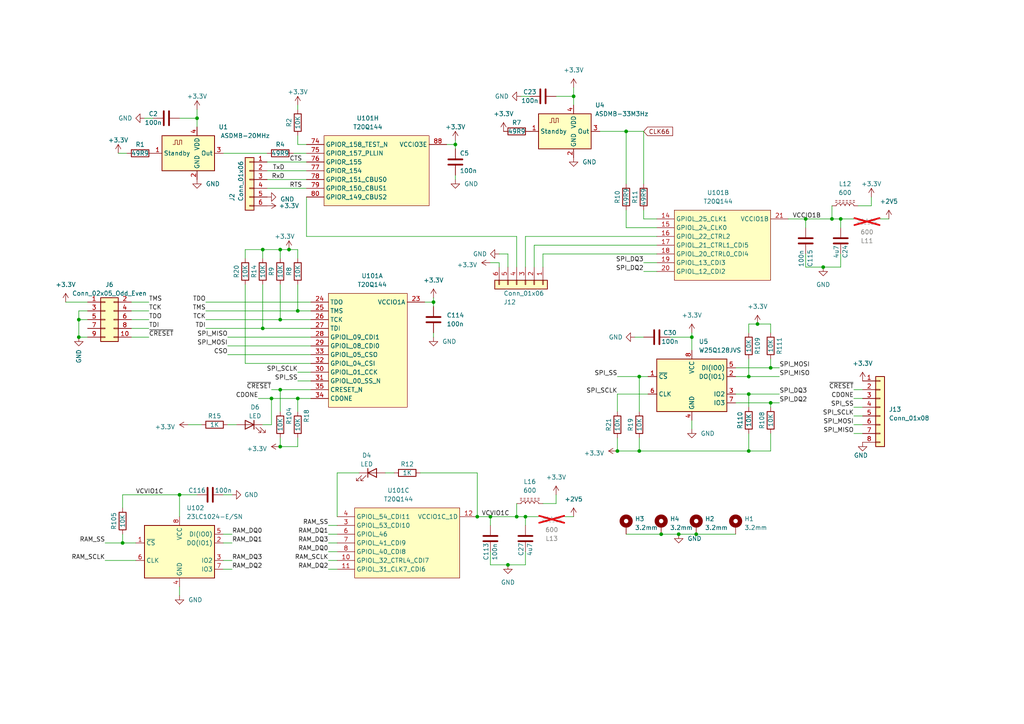
<source format=kicad_sch>
(kicad_sch (version 20231120) (generator "eeschema") (generator_version "8.0")
  (paper "A4")
  (junction (at 147.32 163.83))
  (junction (at 81.28 72.39))
  (junction (at 22.86 97.79))
  (junction (at 179.07 130.81))
  (junction (at 83.82 72.39))
  (junction (at 238.76 77.47))
  (junction (at 81.28 92.71))
  (junction (at 35.56 157.48))
  (junction (at 52.07 143.51))
  (junction (at 185.42 109.22))
  (junction (at 200.66 97.79))
  (junction (at 166.37 27.94))
  (junction (at 22.86 92.71))
  (junction (at 191.77 154.94))
  (junction (at 152.4 149.86))
  (junction (at 142.24 149.86))
  (junction (at 149.86 149.86))
  (junction (at 217.17 114.3))
  (junction (at 57.15 34.29))
  (junction (at 241.3 63.5))
  (junction (at 81.28 113.03))
  (junction (at 125.73 87.63))
  (junction (at 243.84 63.5))
  (junction (at 196.85 154.94))
  (junction (at 132.08 41.91))
  (junction (at 181.61 38.1))
  (junction (at 223.52 106.68))
  (junction (at 217.17 130.81))
  (junction (at 86.36 115.57))
  (junction (at 185.42 130.81))
  (junction (at 217.17 109.22))
  (junction (at 138.43 149.86))
  (junction (at 233.68 63.5))
  (junction (at 78.74 115.57))
  (junction (at 86.36 90.17))
  (junction (at 223.52 116.84))
  (junction (at 76.2 95.25))
  (junction (at 81.28 129.54))
  (junction (at 76.2 72.39))
  (junction (at 201.93 154.94))
  (junction (at 219.71 93.98))
  (wire (pts (xy 95.25 162.56) (xy 97.79 162.56)))
  (wire (pts (xy 157.48 77.47) (xy 157.48 73.66)))
  (wire (pts (xy 233.68 63.5) (xy 233.68 66.04)))
  (wire (pts (xy 252.73 57.15) (xy 252.73 59.69)))
  (wire (pts (xy 213.36 116.84) (xy 223.52 116.84)))
  (wire (pts (xy 30.48 157.48) (xy 35.56 157.48)))
  (wire (pts (xy 213.36 114.3) (xy 217.17 114.3)))
  (wire (pts (xy 144.78 73.66) (xy 147.32 73.66)))
  (wire (pts (xy 149.86 68.58) (xy 149.86 77.47)))
  (wire (pts (xy 184.15 97.79) (xy 186.69 97.79)))
  (wire (pts (xy 86.36 129.54) (xy 86.36 127)))
  (wire (pts (xy 138.43 149.86) (xy 142.24 149.86)))
  (wire (pts (xy 22.86 97.79) (xy 25.4 97.79)))
  (wire (pts (xy 181.61 38.1) (xy 186.69 38.1)))
  (wire (pts (xy 86.36 72.39) (xy 86.36 74.93)))
  (wire (pts (xy 64.77 143.51) (xy 67.31 143.51)))
  (wire (pts (xy 57.15 31.75) (xy 57.15 34.29)))
  (wire (pts (xy 81.28 129.54) (xy 86.36 129.54)))
  (wire (pts (xy 243.84 77.47) (xy 238.76 77.47)))
  (wire (pts (xy 247.65 118.11) (xy 250.19 118.11)))
  (wire (pts (xy 43.18 87.63) (xy 38.1 87.63)))
  (wire (pts (xy 243.84 63.5) (xy 247.65 63.5)))
  (wire (pts (xy 129.54 41.91) (xy 132.08 41.91)))
  (wire (pts (xy 125.73 97.79) (xy 125.73 96.52)))
  (wire (pts (xy 147.32 163.83) (xy 142.24 163.83)))
  (wire (pts (xy 95.25 157.48) (xy 97.79 157.48)))
  (wire (pts (xy 181.61 66.04) (xy 190.5 66.04)))
  (wire (pts (xy 223.52 116.84) (xy 226.06 116.84)))
  (wire (pts (xy 228.6 63.5) (xy 233.68 63.5)))
  (wire (pts (xy 41.91 34.29) (xy 44.45 34.29)))
  (wire (pts (xy 142.24 149.86) (xy 149.86 149.86)))
  (wire (pts (xy 223.52 104.14) (xy 223.52 106.68)))
  (wire (pts (xy 35.56 143.51) (xy 52.07 143.51)))
  (wire (pts (xy 34.29 44.45) (xy 36.83 44.45)))
  (wire (pts (xy 161.29 143.51) (xy 161.29 146.05)))
  (wire (pts (xy 217.17 125.73) (xy 217.17 130.81)))
  (wire (pts (xy 66.04 97.79) (xy 90.17 97.79)))
  (wire (pts (xy 157.48 146.05) (xy 161.29 146.05)))
  (wire (pts (xy 166.37 27.94) (xy 166.37 30.48)))
  (wire (pts (xy 179.07 114.3) (xy 179.07 119.38)))
  (wire (pts (xy 125.73 87.63) (xy 125.73 88.9)))
  (wire (pts (xy 226.06 106.68) (xy 223.52 106.68)))
  (wire (pts (xy 191.77 154.94) (xy 196.85 154.94)))
  (wire (pts (xy 217.17 130.81) (xy 223.52 130.81)))
  (wire (pts (xy 81.28 72.39) (xy 83.82 72.39)))
  (wire (pts (xy 147.32 73.66) (xy 147.32 77.47)))
  (wire (pts (xy 77.47 46.99) (xy 88.9 46.99)))
  (wire (pts (xy 243.84 63.5) (xy 243.84 66.04)))
  (wire (pts (xy 64.77 44.45) (xy 77.47 44.45)))
  (wire (pts (xy 186.69 63.5) (xy 190.5 63.5)))
  (wire (pts (xy 223.52 116.84) (xy 223.52 118.11)))
  (wire (pts (xy 81.28 113.03) (xy 90.17 113.03)))
  (wire (pts (xy 142.24 149.86) (xy 142.24 152.4)))
  (wire (pts (xy 157.48 73.66) (xy 190.5 73.66)))
  (wire (pts (xy 186.69 76.2) (xy 190.5 76.2)))
  (wire (pts (xy 86.36 115.57) (xy 86.36 119.38)))
  (wire (pts (xy 76.2 72.39) (xy 71.12 72.39)))
  (wire (pts (xy 52.07 143.51) (xy 52.07 149.86)))
  (wire (pts (xy 217.17 96.52) (xy 217.17 93.98)))
  (wire (pts (xy 95.25 152.4) (xy 97.79 152.4)))
  (wire (pts (xy 86.36 41.91) (xy 86.36 39.37)))
  (wire (pts (xy 66.04 123.19) (xy 68.58 123.19)))
  (wire (pts (xy 152.4 149.86) (xy 152.4 152.4)))
  (wire (pts (xy 223.52 130.81) (xy 223.52 125.73)))
  (wire (pts (xy 132.08 41.91) (xy 132.08 43.18)))
  (wire (pts (xy 59.69 90.17) (xy 86.36 90.17)))
  (wire (pts (xy 59.69 95.25) (xy 76.2 95.25)))
  (wire (pts (xy 76.2 95.25) (xy 90.17 95.25)))
  (wire (pts (xy 241.3 59.69) (xy 241.3 63.5)))
  (wire (pts (xy 52.07 143.51) (xy 57.15 143.51)))
  (wire (pts (xy 25.4 90.17) (xy 22.86 90.17)))
  (wire (pts (xy 217.17 114.3) (xy 217.17 118.11)))
  (wire (pts (xy 86.36 107.95) (xy 90.17 107.95)))
  (wire (pts (xy 238.76 77.47) (xy 233.68 77.47)))
  (wire (pts (xy 200.66 97.79) (xy 200.66 101.6)))
  (wire (pts (xy 35.56 154.94) (xy 35.56 157.48)))
  (wire (pts (xy 78.74 113.03) (xy 81.28 113.03)))
  (wire (pts (xy 196.85 154.94) (xy 201.93 154.94)))
  (wire (pts (xy 97.79 149.86) (xy 97.79 137.16)))
  (wire (pts (xy 243.84 73.66) (xy 243.84 77.47)))
  (wire (pts (xy 43.18 95.25) (xy 38.1 95.25)))
  (wire (pts (xy 185.42 130.81) (xy 185.42 127)))
  (wire (pts (xy 77.47 54.61) (xy 88.9 54.61)))
  (wire (pts (xy 149.86 149.86) (xy 152.4 149.86)))
  (wire (pts (xy 247.65 115.57) (xy 250.19 115.57)))
  (wire (pts (xy 217.17 114.3) (xy 226.06 114.3)))
  (wire (pts (xy 181.61 38.1) (xy 181.61 53.34)))
  (wire (pts (xy 200.66 96.52) (xy 200.66 97.79)))
  (wire (pts (xy 154.94 71.12) (xy 154.94 77.47)))
  (wire (pts (xy 76.2 74.93) (xy 76.2 72.39)))
  (wire (pts (xy 123.19 87.63) (xy 125.73 87.63)))
  (wire (pts (xy 67.31 154.94) (xy 64.77 154.94)))
  (wire (pts (xy 166.37 149.86) (xy 163.83 149.86)))
  (wire (pts (xy 71.12 72.39) (xy 71.12 74.93)))
  (wire (pts (xy 83.82 72.39) (xy 86.36 72.39)))
  (wire (pts (xy 81.28 113.03) (xy 81.28 119.38)))
  (wire (pts (xy 121.92 137.16) (xy 138.43 137.16)))
  (wire (pts (xy 152.4 68.58) (xy 190.5 68.58)))
  (wire (pts (xy 22.86 90.17) (xy 22.86 92.71)))
  (wire (pts (xy 67.31 162.56) (xy 64.77 162.56)))
  (wire (pts (xy 241.3 63.5) (xy 243.84 63.5)))
  (wire (pts (xy 43.18 97.79) (xy 38.1 97.79)))
  (wire (pts (xy 181.61 66.04) (xy 181.61 60.96)))
  (wire (pts (xy 161.29 27.94) (xy 166.37 27.94)))
  (wire (pts (xy 247.65 113.03) (xy 250.19 113.03)))
  (wire (pts (xy 85.09 44.45) (xy 88.9 44.45)))
  (wire (pts (xy 95.25 154.94) (xy 97.79 154.94)))
  (wire (pts (xy 66.04 100.33) (xy 90.17 100.33)))
  (wire (pts (xy 78.74 115.57) (xy 78.74 123.19)))
  (wire (pts (xy 81.28 127) (xy 81.28 129.54)))
  (wire (pts (xy 86.36 110.49) (xy 90.17 110.49)))
  (wire (pts (xy 86.36 82.55) (xy 86.36 90.17)))
  (wire (pts (xy 57.15 34.29) (xy 57.15 36.83)))
  (wire (pts (xy 71.12 82.55) (xy 71.12 105.41)))
  (wire (pts (xy 247.65 123.19) (xy 250.19 123.19)))
  (wire (pts (xy 132.08 52.07) (xy 132.08 50.8)))
  (wire (pts (xy 67.31 157.48) (xy 64.77 157.48)))
  (wire (pts (xy 152.4 163.83) (xy 147.32 163.83)))
  (wire (pts (xy 71.12 105.41) (xy 90.17 105.41)))
  (wire (pts (xy 125.73 87.63) (xy 125.73 86.36)))
  (wire (pts (xy 226.06 109.22) (xy 217.17 109.22)))
  (wire (pts (xy 186.69 78.74) (xy 190.5 78.74)))
  (wire (pts (xy 154.94 71.12) (xy 190.5 71.12)))
  (wire (pts (xy 78.74 115.57) (xy 86.36 115.57)))
  (wire (pts (xy 144.78 77.47) (xy 144.78 76.2)))
  (wire (pts (xy 179.07 127) (xy 179.07 130.81)))
  (wire (pts (xy 201.93 154.94) (xy 213.36 154.94)))
  (wire (pts (xy 233.68 63.5) (xy 241.3 63.5)))
  (wire (pts (xy 30.48 162.56) (xy 39.37 162.56)))
  (wire (pts (xy 74.93 115.57) (xy 78.74 115.57)))
  (wire (pts (xy 88.9 68.58) (xy 149.86 68.58)))
  (wire (pts (xy 219.71 93.98) (xy 223.52 93.98)))
  (wire (pts (xy 151.13 27.94) (xy 153.67 27.94)))
  (wire (pts (xy 35.56 157.48) (xy 39.37 157.48)))
  (wire (pts (xy 88.9 57.15) (xy 88.9 68.58)))
  (wire (pts (xy 76.2 82.55) (xy 76.2 95.25)))
  (wire (pts (xy 95.25 160.02) (xy 97.79 160.02)))
  (wire (pts (xy 132.08 41.91) (xy 132.08 40.64)))
  (wire (pts (xy 86.36 41.91) (xy 88.9 41.91)))
  (wire (pts (xy 144.78 76.2) (xy 142.24 76.2)))
  (wire (pts (xy 52.07 170.18) (xy 52.07 172.72)))
  (wire (pts (xy 152.4 149.86) (xy 156.21 149.86)))
  (wire (pts (xy 142.24 160.02) (xy 142.24 163.83)))
  (wire (pts (xy 149.86 146.05) (xy 149.86 149.86)))
  (wire (pts (xy 257.81 63.5) (xy 255.27 63.5)))
  (wire (pts (xy 59.69 87.63) (xy 90.17 87.63)))
  (wire (pts (xy 185.42 130.81) (xy 217.17 130.81)))
  (wire (pts (xy 185.42 119.38) (xy 185.42 109.22)))
  (wire (pts (xy 186.69 38.1) (xy 186.69 53.34)))
  (wire (pts (xy 185.42 109.22) (xy 187.96 109.22)))
  (wire (pts (xy 213.36 106.68) (xy 223.52 106.68)))
  (wire (pts (xy 233.68 73.66) (xy 233.68 77.47)))
  (wire (pts (xy 200.66 121.92) (xy 200.66 124.46)))
  (wire (pts (xy 86.36 90.17) (xy 90.17 90.17)))
  (wire (pts (xy 86.36 30.48) (xy 86.36 31.75)))
  (wire (pts (xy 186.69 60.96) (xy 186.69 63.5)))
  (wire (pts (xy 77.47 49.53) (xy 88.9 49.53)))
  (wire (pts (xy 54.61 123.19) (xy 58.42 123.19)))
  (wire (pts (xy 217.17 93.98) (xy 219.71 93.98)))
  (wire (pts (xy 179.07 114.3) (xy 187.96 114.3)))
  (wire (pts (xy 19.05 87.63) (xy 25.4 87.63)))
  (wire (pts (xy 217.17 109.22) (xy 213.36 109.22)))
  (wire (pts (xy 173.99 38.1) (xy 181.61 38.1)))
  (wire (pts (xy 76.2 72.39) (xy 81.28 72.39)))
  (wire (pts (xy 43.18 92.71) (xy 38.1 92.71)))
  (wire (pts (xy 52.07 34.29) (xy 57.15 34.29)))
  (wire (pts (xy 66.04 102.87) (xy 90.17 102.87)))
  (wire (pts (xy 77.47 52.07) (xy 88.9 52.07)))
  (wire (pts (xy 43.18 90.17) (xy 38.1 90.17)))
  (wire (pts (xy 76.2 123.19) (xy 78.74 123.19)))
  (wire (pts (xy 194.31 97.79) (xy 200.66 97.79)))
  (wire (pts (xy 97.79 137.16) (xy 104.14 137.16)))
  (wire (pts (xy 248.92 59.69) (xy 252.73 59.69)))
  (wire (pts (xy 217.17 104.14) (xy 217.17 109.22)))
  (wire (pts (xy 111.76 137.16) (xy 114.3 137.16)))
  (wire (pts (xy 81.28 72.39) (xy 81.28 74.93)))
  (wire (pts (xy 223.52 93.98) (xy 223.52 96.52)))
  (wire (pts (xy 59.69 92.71) (xy 81.28 92.71)))
  (wire (pts (xy 181.61 154.94) (xy 191.77 154.94)))
  (wire (pts (xy 95.25 165.1) (xy 97.79 165.1)))
  (wire (pts (xy 22.86 92.71) (xy 22.86 97.79)))
  (wire (pts (xy 81.28 82.55) (xy 81.28 92.71)))
  (wire (pts (xy 247.65 120.65) (xy 250.19 120.65)))
  (wire (pts (xy 35.56 147.32) (xy 35.56 143.51)))
  (wire (pts (xy 86.36 115.57) (xy 90.17 115.57)))
  (wire (pts (xy 166.37 25.4) (xy 166.37 27.94)))
  (wire (pts (xy 81.28 92.71) (xy 90.17 92.71)))
  (wire (pts (xy 247.65 125.73) (xy 250.19 125.73)))
  (wire (pts (xy 179.07 109.22) (xy 185.42 109.22)))
  (wire (pts (xy 22.86 92.71) (xy 25.4 92.71)))
  (wire (pts (xy 152.4 77.47) (xy 152.4 68.58)))
  (wire (pts (xy 67.31 165.1) (xy 64.77 165.1)))
  (wire (pts (xy 179.07 130.81) (xy 185.42 130.81)))
  (wire (pts (xy 138.43 137.16) (xy 138.43 149.86)))
  (wire (pts (xy 152.4 160.02) (xy 152.4 163.83)))
  (label "RAM_DQ2" (at 67.31 165.1 0))
  (label "SPI_DQ3" (at 226.06 114.3 0))
  (label "~{CRESET}" (at 78.74 113.03 180))
  (label "SPI_MOSI" (at 247.65 123.19 180))
  (label "SPI_SS" (at 86.36 110.49 180))
  (label "SPI_MISO" (at 66.04 97.79 180))
  (label "RTS" (at 87.63 54.61 180))
  (label "TDI" (at 43.18 95.25 0))
  (label "~{CRESET}" (at 43.18 97.79 0))
  (label "SPI_SS" (at 179.07 109.22 180))
  (label "SPI_SCLK" (at 86.36 107.95 180))
  (label "TxD" (at 82.55 49.53 180))
  (label "TMS" (at 59.69 90.17 180))
  (label "TDI" (at 59.69 95.25 180))
  (label "RAM_SS" (at 95.25 152.4 180))
  (label "CDONE" (at 74.93 115.57 180))
  (label "SPI_SCLK" (at 247.65 120.65 180))
  (label "CTS" (at 87.63 46.99 180))
  (label "TDO" (at 59.69 87.63 180))
  (label "SPI_SS" (at 247.65 118.11 180))
  (label "RAM_SCLK" (at 95.25 162.56 180))
  (label "VCVIO1C" (at 39.37 143.51 0))
  (label "RAM_DQ0" (at 95.25 160.02 180))
  (label "CSO" (at 66.04 102.87 180))
  (label "~{CRESET}" (at 247.65 113.03 180))
  (label "RAM_SCLK" (at 30.48 162.56 180))
  (label "SPI_SCLK" (at 179.07 114.3 180))
  (label "TMS" (at 43.18 87.63 0))
  (label "TDO" (at 43.18 92.71 0))
  (label "CDONE" (at 247.65 115.57 180))
  (label "RxD" (at 82.55 52.07 180))
  (label "RAM_DQ1" (at 67.31 157.48 0))
  (label "VCCIO1B" (at 229.87 63.5 0))
  (label "SPI_MISO" (at 226.06 109.22 0))
  (label "SPI_MOSI" (at 66.04 100.33 180))
  (label "RAM_SS" (at 30.48 157.48 180))
  (label "RAM_DQ2" (at 95.25 165.1 180))
  (label "SPI_DQ2" (at 186.69 78.74 180))
  (label "SPI_MOSI" (at 226.06 106.68 0))
  (label "RAM_DQ1" (at 95.25 154.94 180))
  (label "SPI_DQ3" (at 186.69 76.2 180))
  (label "RAM_DQ3" (at 67.31 162.56 0))
  (label "SPI_MISO" (at 247.65 125.73 180))
  (label "TCK" (at 59.69 92.71 180))
  (label "TCK" (at 43.18 90.17 0))
  (label "VCVIO1C" (at 139.7 149.86 0))
  (label "RAM_DQ0" (at 67.31 154.94 0))
  (label "RAM_DQ3" (at 95.25 157.48 180))
  (label "SPI_DQ2" (at 226.06 116.84 0))
  (global_label "CLK66" (shape input) (at 186.69 38.1 0) (property "Intersheetrefs" "${INTERSHEET_REFS}" (effects (hide yes))))
  (symbol (lib_id "Device:R") (at 35.56 151.13 0) (mirror x) (unit 1)
    (property "Reference" "R105" (at 33.02 151.13 90))
    (property "Value" "10K" (at 35.56 151.13 90))
    (property "Footprint" "Resistor_SMD:R_0402_1005Metric" (effects (hide yes)))
    (property "Datasheet" "https://www.yageo.com/upload/media/product/productsearch/datasheet/rchip/PYu-AC_51_RoHS_L_9.pdf" (effects (hide yes)))
    (property "PN#" "YAG3436CT-ND" (effects (hide yes)))
  )
  (symbol (lib_id "power:+3.3V") (at 146.05 38.1 0) (unit 1)
    (property "Reference" "#PWR075" (effects (hide yes)))
    (property "Value" "+3.3V" (at 146.05 33.02 0))
  )
  (symbol (lib_id "Device:R") (at 185.42 123.19 0) (mirror x) (unit 1)
    (property "Reference" "R19" (at 182.88 123.19 90))
    (property "Value" "10K" (at 185.42 123.19 90))
    (property "Footprint" "Resistor_SMD:R_0402_1005Metric" (effects (hide yes)))
    (property "Datasheet" "https://www.yageo.com/upload/media/product/productsearch/datasheet/rchip/PYu-AC_51_RoHS_L_9.pdf" (effects (hide yes)))
    (property "PN#" "YAG3436CT-ND" (effects (hide yes)))
  )
  (symbol (lib_id "Mechanical:MountingHole_Pad") (at 181.61 152.4 0) (unit 1) (in_bom no)
    (property "Reference" "H3" (at 184.15 150.495 0) (effects (justify left)))
    (property "Value" "3.2mm" (at 184.15 153.035 0) (effects (justify left)))
    (property "Footprint" "MountingHole:MountingHole_3.2mm_M3_Pad_TopBottom" (effects (hide yes)))
  )
  (symbol (lib_id "power:+3.3V") (at 252.73 57.15 0) (unit 1)
    (property "Reference" "#PWR010" (effects (hide yes)))
    (property "Value" "+3.3V" (at 252.73 53.34 0))
  )
  (symbol (lib_id "power:GND") (at 52.07 172.72 0) (unit 1)
    (property "Reference" "#PWR026" (effects (hide yes)))
    (property "Value" "GND" (at 54.61 173.9899 0) (effects (justify left)))
  )
  (symbol (lib_id "Dales:T20Q144") (at 95.25 85.09 0) (unit 1)
    (property "Reference" "U101" (at 107.95 80.01 0))
    (property "Value" "T20Q144" (at 107.95 82.55 0))
    (property "Footprint" "Package_QFP:LQFP-144_20x20mm_P0.5mm" (effects (hide yes)))
    (property "Datasheet" "https://www.efinixinc.com/docs/trion20-ds-v4.1.pdf" (effects (hide yes)))
    (property "PN#" "2134-T20Q144C3-ND" (effects (hide yes)))
  )
  (symbol (lib_id "power:+3.3V") (at 34.29 44.45 0) (unit 1)
    (property "Reference" "#PWR076" (effects (hide yes)))
    (property "Value" "+3.3V" (at 34.29 40.64 0))
  )
  (symbol (lib_id "power:+3.3V") (at 54.61 123.19 90) (unit 1)
    (property "Reference" "#PWR017" (effects (hide yes)))
    (property "Value" "+3.3V" (at 50.8 123.825 90) (effects (justify left)))
  )
  (symbol (lib_id "Dales:T20Q144") (at 195.58 60.96 0) (unit 2)
    (property "Reference" "U101" (at 208.28 55.88 0))
    (property "Value" "T20Q144" (at 208.28 58.42 0))
    (property "Footprint" "Package_QFP:LQFP-144_20x20mm_P0.5mm" (effects (hide yes)))
    (property "Datasheet" "https://www.efinixinc.com/docs/trion20-ds-v4.1.pdf" (effects (hide yes)))
    (property "PN#" "2134-T20Q144C3-ND" (effects (hide yes)))
  )
  (symbol (lib_id "power:GND") (at 67.31 143.51 90) (mirror x) (unit 1)
    (property "Reference" "#PWR024" (effects (hide yes)))
    (property "Value" "GND" (at 74.93 143.51 90) (effects (justify left)))
  )
  (symbol (lib_id "Device:R") (at 217.17 100.33 0) (mirror x) (unit 1)
    (property "Reference" "R109" (at 219.71 100.33 90))
    (property "Value" "10K" (at 217.17 100.33 90))
    (property "Footprint" "Resistor_SMD:R_0402_1005Metric" (effects (hide yes)))
    (property "Datasheet" "https://www.yageo.com/upload/media/product/productsearch/datasheet/rchip/PYu-AC_51_RoHS_L_9.pdf" (effects (hide yes)))
    (property "PN#" "YAG3436CT-ND" (effects (hide yes)))
  )
  (symbol (lib_id "power:+3.3V") (at 81.28 129.54 90) (unit 1)
    (property "Reference" "#PWR015" (effects (hide yes)))
    (property "Value" "+3.3V" (at 77.47 130.175 90) (effects (justify left)))
  )
  (symbol (lib_id "Device:R") (at 62.23 123.19 270) (mirror x) (unit 1)
    (property "Reference" "R15" (at 62.23 120.65 90))
    (property "Value" "1K" (at 62.23 123.19 90))
    (property "Footprint" "Resistor_SMD:R_0402_1005Metric" (effects (hide yes)))
    (property "Datasheet" "https://www.yageo.com/upload/media/product/productsearch/datasheet/rchip/PYu-AC_51_RoHS_L_9.pdf" (effects (hide yes)))
    (property "PN#" "13-AC0402FR-131KLCT-ND" (effects (hide yes)))
  )
  (symbol (lib_id "Device:L_Ferrite") (at 153.67 146.05 90) (unit 1)
    (property "Reference" "L16" (at 153.67 139.7 90))
    (property "Value" "600" (at 153.67 142.24 90))
    (property "Footprint" "Inductor_SMD:L_0603_1608Metric" (effects (hide yes)))
    (property "Datasheet" "https://media.digikey.com/pdf/Data%20Sheets/Laird%20Technologies/Ferrite_EMI_Cable_Cores.pdf" (effects (hide yes)))
    (property "PN#" "240-2380-1-ND" (effects (hide yes)))
  )
  (symbol (lib_id "Mechanical:MountingHole_Pad") (at 201.93 152.4 0) (unit 1) (in_bom no)
    (property "Reference" "H2" (at 204.47 150.495 0) (effects (justify left)))
    (property "Value" "3.2mm" (at 204.47 153.035 0) (effects (justify left)))
    (property "Footprint" "MountingHole:MountingHole_3.2mm_M3_Pad_TopBottom" (effects (hide yes)))
  )
  (symbol (lib_id "power:+3.3V") (at 166.37 25.4 0) (unit 1)
    (property "Reference" "#PWR013" (effects (hide yes)))
    (property "Value" "+3.3V" (at 166.37 20.32 0))
  )
  (symbol (lib_id "Device:R") (at 81.28 44.45 270) (mirror x) (unit 1)
    (property "Reference" "R4" (at 81.28 41.91 90))
    (property "Value" "49R9" (at 81.28 44.45 90))
    (property "Footprint" "Resistor_SMD:R_0402_1005Metric" (effects (hide yes)))
    (property "Datasheet" "https://www.yageo.com/upload/media/product/productsearch/datasheet/rchip/PYu-RC_Group_51_RoHS_L_12.pdf" (effects (hide yes)))
    (property "PN#" "13-RC0402JR-0750RLCT-ND" (effects (hide yes)))
  )
  (symbol (lib_id "power:+3.3V") (at 200.66 96.52 0) (unit 1)
    (property "Reference" "#PWR033" (effects (hide yes)))
    (property "Value" "+3.3V" (at 200.66 91.44 0))
  )
  (symbol (lib_id "Device:R") (at 181.61 57.15 0) (mirror x) (unit 1)
    (property "Reference" "R10" (at 179.07 57.15 90))
    (property "Value" "49R9" (at 181.61 57.15 90))
    (property "Footprint" "Resistor_SMD:R_0402_1005Metric" (effects (hide yes)))
    (property "Datasheet" "https://www.yageo.com/upload/media/product/productsearch/datasheet/rchip/PYu-RC_Group_51_RoHS_L_12.pdf" (effects (hide yes)))
    (property "PN#" "13-RC0402JR-0750RLCT-ND" (effects (hide yes)))
  )
  (symbol (lib_id "power:+3.3V") (at 142.24 76.2 90) (unit 1)
    (property "Reference" "#PWR073" (effects (hide yes)))
    (property "Value" "+3.3V" (at 138.43 76.835 90) (effects (justify left)))
  )
  (symbol (lib_id "power:+3.3V") (at 77.47 59.69 270) (unit 1)
    (property "Reference" "#PWR062" (effects (hide yes)))
    (property "Value" "+3.3V" (at 83.82 59.69 90))
  )
  (symbol (lib_id "Device:R") (at 81.28 78.74 0) (mirror x) (unit 1)
    (property "Reference" "R9" (at 78.74 78.74 90))
    (property "Value" "10K" (at 81.28 78.74 90))
    (property "Footprint" "Resistor_SMD:R_0402_1005Metric" (effects (hide yes)))
    (property "Datasheet" "https://www.yageo.com/upload/media/product/productsearch/datasheet/rchip/PYu-AC_51_RoHS_L_9.pdf" (effects (hide yes)))
    (property "PN#" "YAG3436CT-ND" (effects (hide yes)))
  )
  (symbol (lib_id "Device:R") (at 81.28 123.19 0) (mirror x) (unit 1)
    (property "Reference" "R104" (at 83.82 120.65 90))
    (property "Value" "10K" (at 81.28 123.19 90))
    (property "Footprint" "Resistor_SMD:R_0402_1005Metric" (effects (hide yes)))
    (property "Datasheet" "https://www.yageo.com/upload/media/product/productsearch/datasheet/rchip/PYu-AC_51_RoHS_L_9.pdf" (effects (hide yes)))
    (property "PN#" "13-AC0402FR-131KLCT-ND" (effects (hide yes)))
  )
  (symbol (lib_id "Dales:C") (at 233.68 69.85 0) (unit 1)
    (property "Reference" "C115" (at 234.95 77.47 90) (effects (justify left)))
    (property "Value" "100n" (at 232.41 77.47 90) (effects (justify left)))
    (property "Footprint" "Capacitor_SMD:C_0402_1005Metric" (effects (hide yes)))
    (property "Datasheet" "https://www.samsungsem.com/resources/file/global/support/product_catalog/MLCC.pdf" (effects (hide yes)))
    (property "PN#" "1276-CL05B104KB54PNCCT-ND" (effects (hide yes)))
  )
  (symbol (lib_name "T20Q144_1") (lib_id "Dales:T20Q144") (at 102.87 147.32 0) (unit 3)
    (property "Reference" "U101" (at 115.57 142.24 0))
    (property "Value" "T20Q144" (at 115.57 144.78 0))
    (property "Footprint" "Package_QFP:LQFP-144_20x20mm_P0.5mm" (effects (hide yes)))
    (property "Datasheet" "https://www.efinixinc.com/docs/trion20-ds-v4.1.pdf" (effects (hide yes)))
    (property "PN#" "2134-T20Q144C3-ND" (effects (hide yes)))
  )
  (symbol (lib_id "power:+3.3V") (at 83.82 72.39 0) (unit 1)
    (property "Reference" "#PWR01" (effects (hide yes)))
    (property "Value" "+3.3V" (at 82.55 68.58 0))
  )
  (symbol (lib_id "Dales:C") (at 48.26 34.29 270) (unit 1)
    (property "Reference" "C2" (at 44.45 33.02 90))
    (property "Value" "100n" (at 44.45 35.56 90))
    (property "Footprint" "Capacitor_SMD:C_0402_1005Metric" (effects (hide yes)))
    (property "Datasheet" "https://www.samsungsem.com/resources/file/global/support/product_catalog/MLCC.pdf" (effects (hide yes)))
    (property "PN#" "1276-CL05B104KB54PNCCT-ND" (effects (hide yes)))
  )
  (symbol (lib_id "Device:R") (at 179.07 123.19 0) (mirror x) (unit 1)
    (property "Reference" "R21" (at 176.53 123.19 90))
    (property "Value" "10K" (at 179.07 123.19 90))
    (property "Footprint" "Resistor_SMD:R_0402_1005Metric" (effects (hide yes)))
    (property "Datasheet" "https://www.yageo.com/upload/media/product/productsearch/datasheet/rchip/PYu-AC_51_RoHS_L_9.pdf" (effects (hide yes)))
    (property "PN#" "YAG3436CT-ND" (effects (hide yes)))
  )
  (symbol (lib_id "Device:R") (at 86.36 35.56 0) (mirror x) (unit 1)
    (property "Reference" "R2" (at 83.82 35.56 90))
    (property "Value" "10K" (at 86.36 35.56 90))
    (property "Footprint" "Resistor_SMD:R_0402_1005Metric" (effects (hide yes)))
    (property "Datasheet" "https://www.yageo.com/upload/media/product/productsearch/datasheet/rchip/PYu-AC_51_RoHS_L_9.pdf" (effects (hide yes)))
    (property "PN#" "YAG3436CT-ND" (effects (hide yes)))
  )
  (symbol (lib_id "power:+3.3V") (at 219.71 93.98 0) (unit 1)
    (property "Reference" "#PWR02" (effects (hide yes)))
    (property "Value" "+3.3V" (at 219.71 88.9 0))
  )
  (symbol (lib_id "Device:R") (at 86.36 123.19 0) (mirror x) (unit 1)
    (property "Reference" "R18" (at 88.9 120.65 90))
    (property "Value" "10K" (at 86.36 123.19 90))
    (property "Footprint" "Resistor_SMD:R_0402_1005Metric" (effects (hide yes)))
    (property "Datasheet" "https://www.yageo.com/upload/media/product/productsearch/datasheet/rchip/PYu-AC_51_RoHS_L_9.pdf" (effects (hide yes)))
    (property "PN#" "YAG3436CT-ND" (effects (hide yes)))
  )
  (symbol (lib_id "power:+2V5") (at 257.81 63.5 0) (unit 1)
    (property "Reference" "#PWR011" (effects (hide yes)))
    (property "Value" "+2V5" (at 257.81 58.42 0))
  )
  (symbol (lib_id "Dales:C") (at 190.5 97.79 270) (unit 1)
    (property "Reference" "C30" (at 194.31 96.52 90))
    (property "Value" "100n" (at 194.31 99.06 90))
    (property "Footprint" "Capacitor_SMD:C_0402_1005Metric" (effects (hide yes)))
    (property "Datasheet" "https://www.samsungsem.com/resources/file/global/support/product_catalog/MLCC.pdf" (effects (hide yes)))
    (property "PN#" "1276-CL05B104KB54PNCCT-ND" (effects (hide yes)))
  )
  (symbol (lib_id "Device:R") (at 223.52 121.92 0) (mirror x) (unit 1)
    (property "Reference" "R108" (at 220.98 121.92 90))
    (property "Value" "10K" (at 223.52 121.92 90))
    (property "Footprint" "Resistor_SMD:R_0402_1005Metric" (effects (hide yes)))
    (property "Datasheet" "https://www.yageo.com/upload/media/product/productsearch/datasheet/rchip/PYu-AC_51_RoHS_L_9.pdf" (effects (hide yes)))
    (property "PN#" "YAG3436CT-ND" (effects (hide yes)))
  )
  (symbol (lib_id "Memory_Flash:W25Q128JVS") (at 52.07 160.02 0) (unit 1)
    (property "Reference" "U102" (at 54.0894 147.32 0) (effects (justify left)))
    (property "Value" "23LC1024-E/SN" (at 54.0894 149.86 0) (effects (justify left)))
    (property "Footprint" "Package_SO:SOIC-8_5.23x5.23mm_P1.27mm" (effects (hide yes)))
    (property "Datasheet" "https://ww1.microchip.com/downloads/en/DeviceDoc/20005142C.pdf" (effects (hide yes)))
    (property "PN#" "23LC1024-E/SN-ND" (effects (hide yes)))
  )
  (symbol (lib_id "Connector_Generic:Conn_02x05_Odd_Even") (at 30.48 92.71 0) (unit 1)
    (property "Reference" "J6" (at 31.75 82.55 0))
    (property "Value" "Conn_02x05_Odd_Even" (at 31.75 85.09 0))
    (property "Footprint" "Connector_PinHeader_1.27mm:PinHeader_2x05_P1.27mm_Vertical_SMD" (effects (hide yes)))
  )
  (symbol (lib_id "Dales:C") (at 243.84 69.85 0) (unit 1)
    (property "Reference" "C24" (at 245.11 74.93 90) (effects (justify left)))
    (property "Value" "4u7" (at 242.57 74.93 90) (effects (justify left)))
    (property "Footprint" "Capacitor_SMD:C_0603_1608Metric" (effects (hide yes)))
    (property "Datasheet" "https://product.tdk.com/system/files/dam/doc/product/capacitor/ceramic/mlcc/catalog/mlcc_commercial_general_en.pdf" (effects (hide yes)))
    (property "PN#" "445-9064-1-ND" (effects (hide yes)))
  )
  (symbol (lib_id "Device:R") (at 217.17 121.92 0) (mirror x) (unit 1)
    (property "Reference" "R110" (at 214.63 121.92 90))
    (property "Value" "10K" (at 217.17 121.92 90))
    (property "Footprint" "Resistor_SMD:R_0402_1005Metric" (effects (hide yes)))
    (property "Datasheet" "https://www.yageo.com/upload/media/product/productsearch/datasheet/rchip/PYu-AC_51_RoHS_L_9.pdf" (effects (hide yes)))
    (property "PN#" "YAG3436CT-ND" (effects (hide yes)))
  )
  (symbol (lib_id "Device:R") (at 76.2 78.74 0) (mirror x) (unit 1)
    (property "Reference" "R14" (at 73.66 78.74 90))
    (property "Value" "10K" (at 76.2 78.74 90))
    (property "Footprint" "Resistor_SMD:R_0402_1005Metric" (effects (hide yes)))
    (property "Datasheet" "https://www.yageo.com/upload/media/product/productsearch/datasheet/rchip/PYu-AC_51_RoHS_L_9.pdf" (effects (hide yes)))
    (property "PN#" "YAG3436CT-ND" (effects (hide yes)))
  )
  (symbol (lib_id "power:GND") (at 22.86 97.79 0) (mirror y) (unit 1)
    (property "Reference" "#PWR031" (effects (hide yes)))
    (property "Value" "GND" (at 22.86 105.41 90) (effects (justify left)))
  )
  (symbol (lib_id "Dales:C") (at 60.96 143.51 270) (unit 1)
    (property "Reference" "C116" (at 57.15 142.24 90))
    (property "Value" "100n" (at 64.77 142.24 90))
    (property "Footprint" "Capacitor_SMD:C_0402_1005Metric" (effects (hide yes)))
    (property "Datasheet" "https://www.samsungsem.com/resources/file/global/support/product_catalog/MLCC.pdf" (effects (hide yes)))
    (property "PN#" "1276-CL05B104KB54PNCCT-ND" (effects (hide yes)))
  )
  (symbol (lib_id "Mechanical:MountingHole_Pad") (at 191.77 152.4 0) (unit 1) (in_bom no)
    (property "Reference" "H4" (at 194.31 150.495 0) (effects (justify left)))
    (property "Value" "3.2mm" (at 194.31 153.035 0) (effects (justify left)))
    (property "Footprint" "MountingHole:MountingHole_3.2mm_M3_Pad_TopBottom" (effects (hide yes)))
  )
  (symbol (lib_id "Dales:C") (at 157.48 27.94 270) (unit 1)
    (property "Reference" "C23" (at 153.67 26.67 90))
    (property "Value" "100n" (at 153.67 29.21 90))
    (property "Footprint" "Capacitor_SMD:C_0402_1005Metric" (effects (hide yes)))
    (property "Datasheet" "https://www.samsungsem.com/resources/file/global/support/product_catalog/MLCC.pdf" (effects (hide yes)))
    (property "PN#" "1276-CL05B104KB54PNCCT-ND" (effects (hide yes)))
  )
  (symbol (lib_id "Device:R") (at 71.12 78.74 0) (mirror x) (unit 1)
    (property "Reference" "R20" (at 68.58 78.74 90))
    (property "Value" "10K" (at 71.12 78.74 90))
    (property "Footprint" "Resistor_SMD:R_0402_1005Metric" (effects (hide yes)))
    (property "Datasheet" "https://www.yageo.com/upload/media/product/productsearch/datasheet/rchip/PYu-AC_51_RoHS_L_9.pdf" (effects (hide yes)))
    (property "PN#" "YAG3436CT-ND" (effects (hide yes)))
  )
  (symbol (lib_id "Device:R") (at 118.11 137.16 90) (unit 1)
    (property "Reference" "R12" (at 118.11 134.62 90))
    (property "Value" "1K" (at 118.11 137.16 90))
    (property "Footprint" "Resistor_SMD:R_0402_1005Metric" (effects (hide yes)))
    (property "Datasheet" "https://www.yageo.com/upload/media/product/productsearch/datasheet/rchip/PYu-AC_51_RoHS_L_9.pdf" (effects (hide yes)))
    (property "PN#" "13-AC0402FR-131KLCT-ND" (effects (hide yes)))
  )
  (symbol (lib_id "Device:R") (at 149.86 38.1 90) (mirror x) (unit 1)
    (property "Reference" "R7" (at 149.86 35.56 90))
    (property "Value" "49R9" (at 149.86 38.1 90))
    (property "Footprint" "Resistor_SMD:R_0402_1005Metric" (effects (hide yes)))
    (property "Datasheet" "https://www.yageo.com/upload/media/product/productsearch/datasheet/rchip/PYu-RC_Group_51_RoHS_L_12.pdf" (effects (hide yes)))
    (property "PN#" "13-RC0402JR-0750RLCT-ND" (effects (hide yes)))
  )
  (symbol (lib_id "Mechanical:MountingHole_Pad") (at 213.36 152.4 0) (unit 1) (in_bom no)
    (property "Reference" "H1" (at 215.9 150.495 0) (effects (justify left)))
    (property "Value" "3.2mm" (at 215.9 153.035 0) (effects (justify left)))
    (property "Footprint" "MountingHole:MountingHole_3.2mm_M3_Pad_TopBottom" (effects (hide yes)))
  )
  (symbol (lib_id "power:GND") (at 77.47 57.15 90) (unit 1)
    (property "Reference" "#PWR037" (effects (hide yes)))
    (property "Value" "GND" (at 81.28 57.785 90) (effects (justify right)))
  )
  (symbol (lib_id "power:GND") (at 144.78 73.66 270) (unit 1)
    (property "Reference" "#PWR074" (effects (hide yes)))
    (property "Value" "GND" (at 137.16 73.66 90) (effects (justify left)))
  )
  (symbol (lib_id "Connector_Generic:Conn_01x06") (at 72.39 52.07 0) (mirror y) (unit 1)
    (property "Reference" "J2" (at 67.31 58.42 90) (effects (justify left)))
    (property "Value" "Conn_01x06" (at 69.85 58.42 90) (effects (justify left)))
    (property "Footprint" "Connector_PinSocket_2.54mm:PinSocket_1x06_P2.54mm_Vertical" (effects (hide yes)))
    (property "Datasheet" "https://app.adam-tech.com/products/download/data_sheet/203013/rs1-xx-g-data-sheet.pdf" (effects (hide yes)))
    (property "PN#" "2057-RS1-06-G-ND" (effects (hide yes)))
  )
  (symbol (lib_id "Dales:C") (at 132.08 46.99 0) (unit 1)
    (property "Reference" "C5" (at 133.35 44.45 0) (effects (justify left)))
    (property "Value" "100n" (at 133.35 49.53 0) (effects (justify left)))
    (property "Footprint" "Capacitor_SMD:C_0402_1005Metric" (effects (hide yes)))
    (property "Datasheet" "https://www.samsungsem.com/resources/file/global/support/product_catalog/MLCC.pdf" (effects (hide yes)))
    (property "PN#" "1276-CL05B104KB54PNCCT-ND" (effects (hide yes)))
  )
  (symbol (lib_id "power:+3.3V") (at 86.36 30.48 0) (unit 1)
    (property "Reference" "#PWR041" (effects (hide yes)))
    (property "Value" "+3.3V" (at 86.36 26.67 0))
  )
  (symbol (lib_id "power:+3.3V") (at 125.73 86.36 0) (unit 1)
    (property "Reference" "#PWR035" (effects (hide yes)))
    (property "Value" "+3.3V" (at 125.73 81.28 0))
  )
  (symbol (lib_id "Device:L_Ferrite") (at 251.46 63.5 270) (unit 1) (dnp yes)
    (property "Reference" "L11" (at 251.46 69.85 90))
    (property "Value" "600" (at 251.46 67.31 90))
    (property "Footprint" "Inductor_SMD:L_0603_1608Metric" (effects (hide yes)))
    (property "Datasheet" "https://media.digikey.com/pdf/Data%20Sheets/Laird%20Technologies/Ferrite_EMI_Cable_Cores.pdf" (effects (hide yes)))
    (property "PN#" "240-2380-1-ND" (effects (hide yes)))
  )
  (symbol (lib_id "Dales:C") (at 142.24 156.21 0) (unit 1)
    (property "Reference" "C113" (at 140.97 162.56 90) (effects (justify left)))
    (property "Value" "100n" (at 143.51 162.56 90) (effects (justify left)))
    (property "Footprint" "Capacitor_SMD:C_0402_1005Metric" (effects (hide yes)))
    (property "Datasheet" "https://www.samsungsem.com/resources/file/global/support/product_catalog/MLCC.pdf" (effects (hide yes)))
    (property "PN#" "1276-CL05B104KB54PNCCT-ND" (effects (hide yes)))
  )
  (symbol (lib_id "Device:R") (at 86.36 78.74 0) (mirror x) (unit 1)
    (property "Reference" "R8" (at 83.82 78.74 90))
    (property "Value" "10K" (at 86.36 78.74 90))
    (property "Footprint" "Resistor_SMD:R_0402_1005Metric" (effects (hide yes)))
    (property "Datasheet" "https://www.yageo.com/upload/media/product/productsearch/datasheet/rchip/PYu-AC_51_RoHS_L_9.pdf" (effects (hide yes)))
    (property "PN#" "YAG3436CT-ND" (effects (hide yes)))
  )
  (symbol (lib_id "Device:LED") (at 72.39 123.19 0) (mirror y) (unit 1)
    (property "Reference" "D6" (at 73.9775 118.11 0))
    (property "Value" "LED" (at 73.9775 120.65 0))
    (property "Footprint" "LED_SMD:LED_0603_1608Metric" (effects (hide yes)))
    (property "Datasheet" "https://media.digikey.com/pdf/Data%20Sheets/Harvatek%20PDFs/B1911UYG-20D000114U1930.pdf" (effects (hide yes)))
    (property "PN#" "3147-B1911UYG-20D000114U1930CT-ND" (effects (hide yes)))
  )
  (symbol (lib_id "Dales:C") (at 125.73 92.71 0) (unit 1)
    (property "Reference" "C114" (at 129.54 91.4399 0) (effects (justify left)))
    (property "Value" "100n" (at 129.54 93.9799 0) (effects (justify left)))
    (property "Footprint" "Capacitor_SMD:C_0402_1005Metric" (effects (hide yes)))
    (property "Datasheet" "https://www.samsungsem.com/resources/file/global/support/product_catalog/MLCC.pdf" (effects (hide yes)))
    (property "PN#" "1276-CL05B104KB54PNCCT-ND" (effects (hide yes)))
  )
  (symbol (lib_id "power:GND") (at 147.32 163.83 0) (unit 1)
    (property "Reference" "#PWR04" (effects (hide yes)))
    (property "Value" "GND" (at 147.32 168.91 0))
  )
  (symbol (lib_id "power:GND") (at 250.19 128.27 0) (unit 1)
    (property "Reference" "#PWR028" (effects (hide yes)))
    (property "Value" "GND" (at 247.65 132.08 0) (effects (justify left)))
  )
  (symbol (lib_id "Oscillator:ASDMB-xxxMHz") (at 54.61 44.45 0) (unit 1)
    (property "Reference" "U1" (at 64.77 36.83 0))
    (property "Value" "ASDMB-20MHz" (at 71.12 39.37 0))
    (property "Footprint" "Oscillator:Oscillator_SMD_Abracon_ASDMB-4Pin_2.5x2.0mm" (effects (hide yes)))
    (property "Datasheet" "https://abracon.com/Oscillators/ASDMB.pdf" (effects (hide yes)))
    (property "PN#" "535-11185-1-ND" (effects (hide yes)))
  )
  (symbol (lib_id "power:+2V5") (at 166.37 149.86 0) (unit 1)
    (property "Reference" "#PWR022" (effects (hide yes)))
    (property "Value" "+2V5" (at 166.37 144.78 0))
  )
  (symbol (lib_id "power:+3.3V") (at 161.29 143.51 0) (unit 1)
    (property "Reference" "#PWR021" (effects (hide yes)))
    (property "Value" "+3.3V" (at 161.29 138.43 0))
  )
  (symbol (lib_id "Device:L_Ferrite") (at 245.11 59.69 90) (unit 1)
    (property "Reference" "L12" (at 245.11 53.34 90))
    (property "Value" "600" (at 245.11 55.88 90))
    (property "Footprint" "Inductor_SMD:L_0603_1608Metric" (effects (hide yes)))
    (property "Datasheet" "https://media.digikey.com/pdf/Data%20Sheets/Laird%20Technologies/Ferrite_EMI_Cable_Cores.pdf" (effects (hide yes)))
    (property "PN#" "240-2380-1-ND" (effects (hide yes)))
  )
  (symbol (lib_id "power:GND") (at 57.15 52.07 0) (unit 1)
    (property "Reference" "#PWR040" (effects (hide yes)))
    (property "Value" "GND" (at 59.69 53.3399 0) (effects (justify left)))
  )
  (symbol (lib_id "Device:R") (at 40.64 44.45 90) (mirror x) (unit 1)
    (property "Reference" "R1" (at 40.64 41.91 90))
    (property "Value" "49R9" (at 40.64 44.45 90))
    (property "Footprint" "Resistor_SMD:R_0402_1005Metric" (effects (hide yes)))
    (property "Datasheet" "https://www.yageo.com/upload/media/product/productsearch/datasheet/rchip/PYu-RC_Group_51_RoHS_L_12.pdf" (effects (hide yes)))
    (property "PN#" "13-RC0402JR-0750RLCT-ND" (effects (hide yes)))
  )
  (symbol (lib_id "power:+3.3V") (at 250.19 110.49 0) (unit 1)
    (property "Reference" "#PWR027" (effects (hide yes)))
    (property "Value" "+3.3V" (at 250.19 105.41 0))
  )
  (symbol (lib_id "Connector_Generic:Conn_01x08") (at 255.27 118.11 0) (unit 1)
    (property "Reference" "J13" (at 257.81 118.745 0) (effects (justify left)))
    (property "Value" "Conn_01x08" (at 257.81 121.285 0) (effects (justify left)))
    (property "Footprint" "Connector_PinHeader_2.54mm:PinHeader_1x08_P2.54mm_Vertical" (effects (hide yes)))
    (property "Datasheet" "https://media.digikey.com/PDF/Data%20Sheets/Sullins%20PDFs/z%20RzCzzzSzzN-RC,%20ST,11635-B.pdf" (effects (hide yes)))
    (property "PN#" "S1012EC-08-ND" (effects (hide yes)))
  )
  (symbol (lib_id "power:GND") (at 238.76 77.47 0) (unit 1)
    (property "Reference" "#PWR09" (effects (hide yes)))
    (property "Value" "GND" (at 238.76 82.55 0))
  )
  (symbol (lib_id "power:+3.3V") (at 179.07 130.81 90) (unit 1)
    (property "Reference" "#PWR03" (effects (hide yes)))
    (property "Value" "+3.3V" (at 175.26 131.445 90) (effects (justify left)))
  )
  (symbol (lib_id "power:+3.3V") (at 19.05 87.63 0) (unit 1)
    (property "Reference" "#PWR025" (effects (hide yes)))
    (property "Value" "+3.3V" (at 19.05 82.55 0))
  )
  (symbol (lib_id "power:+3.3V") (at 132.08 40.64 0) (unit 1)
    (property "Reference" "#PWR042" (effects (hide yes)))
    (property "Value" "+3.3V" (at 132.08 36.83 0))
  )
  (symbol (lib_id "power:GND") (at 41.91 34.29 270) (unit 1)
    (property "Reference" "#PWR038" (effects (hide yes)))
    (property "Value" "GND" (at 34.29 34.29 90) (effects (justify left)))
  )
  (symbol (lib_id "power:GND") (at 196.85 154.94 0) (unit 1)
    (property "Reference" "#PWR061" (effects (hide yes)))
    (property "Value" "GND" (at 199.39 156.2099 0) (effects (justify left)))
  )
  (symbol (lib_id "Memory_Flash:W25Q128JVS") (at 200.66 111.76 0) (unit 1)
    (property "Reference" "U5" (at 202.6794 99.06 0) (effects (justify left)))
    (property "Value" "W25Q128JVS" (at 202.6794 101.6 0) (effects (justify left)))
    (property "Footprint" "Package_SO:SOIC-8_5.23x5.23mm_P1.27mm" (effects (hide yes)))
    (property "Datasheet" "http://www.winbond.com/resource-files/w25q128jv_dtr%20revc%2003272018%20plus.pdf" (effects (hide yes)))
    (property "PN#" "W25Q128JVSIQ-ND" (effects (hide yes)))
  )
  (symbol (lib_id "Device:L_Ferrite") (at 160.02 149.86 270) (unit 1) (dnp yes)
    (property "Reference" "L13" (at 160.02 156.21 90))
    (property "Value" "600" (at 160.02 153.67 90))
    (property "Footprint" "Inductor_SMD:L_0603_1608Metric" (effects (hide yes)))
    (property "Datasheet" "https://media.digikey.com/pdf/Data%20Sheets/Laird%20Technologies/Ferrite_EMI_Cable_Cores.pdf" (effects (hide yes)))
    (property "PN#" "240-2380-1-ND" (effects (hide yes)))
  )
  (symbol (lib_id "power:+3.3V") (at 57.15 31.75 0) (unit 1)
    (property "Reference" "#PWR039" (effects (hide yes)))
    (property "Value" "+3.3V" (at 57.15 27.94 0))
  )
  (symbol (lib_id "power:GND") (at 166.37 45.72 0) (unit 1)
    (property "Reference" "#PWR014" (effects (hide yes)))
    (property "Value" "GND" (at 168.91 46.9899 0) (effects (justify left)))
  )
  (symbol (lib_id "Device:R") (at 223.52 100.33 0) (mirror x) (unit 1)
    (property "Reference" "R111" (at 226.06 100.33 90))
    (property "Value" "10K" (at 223.52 100.33 90))
    (property "Footprint" "Resistor_SMD:R_0402_1005Metric" (effects (hide yes)))
    (property "Datasheet" "https://www.yageo.com/upload/media/product/productsearch/datasheet/rchip/PYu-AC_51_RoHS_L_9.pdf" (effects (hide yes)))
    (property "PN#" "YAG3436CT-ND" (effects (hide yes)))
  )
  (symbol (lib_id "power:GND") (at 125.73 97.79 0) (unit 1)
    (property "Reference" "#PWR036" (effects (hide yes)))
    (property "Value" "GND" (at 128.27 99.0599 0) (effects (justify left)))
  )
  (symbol (lib_id "Dales:C") (at 152.4 156.21 0) (unit 1)
    (property "Reference" "C27" (at 151.13 161.29 90) (effects (justify left)))
    (property "Value" "4u7" (at 153.67 161.29 90) (effects (justify left)))
    (property "Footprint" "Capacitor_SMD:C_0603_1608Metric" (effects (hide yes)))
    (property "Datasheet" "https://product.tdk.com/system/files/dam/doc/product/capacitor/ceramic/mlcc/catalog/mlcc_commercial_general_en.pdf" (effects (hide yes)))
    (property "PN#" "445-9064-1-ND" (effects (hide yes)))
  )
  (symbol (lib_id "Device:LED") (at 107.95 137.16 0) (unit 1)
    (property "Reference" "D4" (at 106.3625 132.08 0))
    (property "Value" "LED" (at 106.3625 134.62 0))
    (property "Footprint" "LED_SMD:LED_0603_1608Metric" (effects (hide yes)))
    (property "Datasheet" "https://media.digikey.com/pdf/Data%20Sheets/Harvatek%20PDFs/B1911UYG-20D000114U1930.pdf" (effects (hide yes)))
    (property "PN#" "3147-B1911UYG-20D000114U1930CT-ND" (effects (hide yes)))
  )
  (symbol (lib_id "power:GND") (at 184.15 97.79 270) (unit 1)
    (property "Reference" "#PWR032" (effects (hide yes)))
    (property "Value" "GND" (at 176.53 97.79 90) (effects (justify left)))
  )
  (symbol (lib_id "Connector_Generic:Conn_01x06") (at 152.4 82.55 270) (unit 1)
    (property "Reference" "J12" (at 146.05 87.63 90) (effects (justify left)))
    (property "Value" "Conn_01x06" (at 146.05 85.09 90) (effects (justify left)))
    (property "Footprint" "Connector_PinSocket_2.54mm:PinSocket_1x06_P2.54mm_Vertical" (effects (hide yes)))
    (property "Datasheet" "https://app.adam-tech.com/products/download/data_sheet/203013/rs1-xx-g-data-sheet.pdf" (effects (hide yes)))
    (property "PN#" "2057-RS1-06-G-ND" (effects (hide yes)))
  )
  (symbol (lib_id "power:GND") (at 151.13 27.94 270) (unit 1)
    (property "Reference" "#PWR012" (effects (hide yes)))
    (property "Value" "GND" (at 143.51 27.94 90) (effects (justify left)))
  )
  (symbol (lib_name "T20Q144_1") (lib_id "Dales:T20Q144") (at 93.98 39.37 0) (unit 8)
    (property "Reference" "U101" (at 106.68 34.29 0))
    (property "Value" "T20Q144" (at 106.68 36.83 0))
    (property "Footprint" "Package_QFP:LQFP-144_20x20mm_P0.5mm" (effects (hide yes)))
    (property "Datasheet" "https://www.efinixinc.com/docs/trion20-ds-v4.1.pdf" (effects (hide yes)))
    (property "PN#" "2134-T20Q144C3-ND" (effects (hide yes)))
  )
  (symbol (lib_id "Oscillator:ASDMB-xxxMHz") (at 163.83 38.1 0) (unit 1)
    (property "Reference" "U4" (at 173.99 30.48 0))
    (property "Value" "ASDMB-33M3Hz" (at 180.34 33.02 0))
    (property "Footprint" "Oscillator:Oscillator_SMD_Abracon_ASDMB-4Pin_2.5x2.0mm" (effects (hide yes)))
    (property "Datasheet" "https://abracon.com/Oscillators/ASDMB.pdf" (effects (hide yes)))
    (property "PN#" "535-13157-1-ND" (effects (hide yes)))
  )
  (symbol (lib_id "power:GND") (at 200.66 124.46 0) (unit 1)
    (property "Reference" "#PWR034" (effects (hide yes)))
    (property "Value" "GND" (at 203.2 125.7299 0) (effects (justify left)))
  )
  (symbol (lib_id "power:GND") (at 132.08 52.07 0) (unit 1)
    (property "Reference" "#PWR043" (effects (hide yes)))
    (property "Value" "GND" (at 134.62 53.3399 0) (effects (justify left)))
  )
  (symbol (lib_id "Device:R") (at 186.69 57.15 0) (mirror x) (unit 1)
    (property "Reference" "R11" (at 184.15 57.15 90))
    (property "Value" "49R9" (at 186.69 57.15 90))
    (property "Footprint" "Resistor_SMD:R_0402_1005Metric" (effects (hide yes)))
    (property "Datasheet" "https://www.yageo.com/upload/media/product/productsearch/datasheet/rchip/PYu-RC_Group_51_RoHS_L_12.pdf" (effects (hide yes)))
    (property "PN#" "13-RC0402JR-0750RLCT-ND" (effects (hide yes)))
  )
)
</source>
